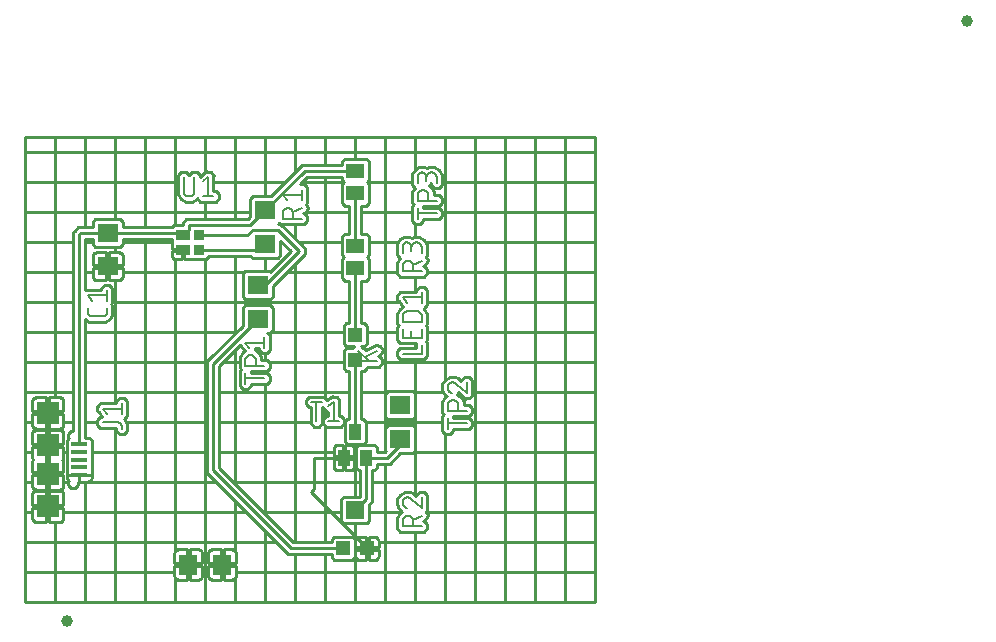
<source format=gbr>
G04 EAGLE Gerber RS-274X export*
G75*
%MOMM*%
%FSLAX34Y34*%
%LPD*%
%INTop Copper*%
%IPPOS*%
%AMOC8*
5,1,8,0,0,1.08239X$1,22.5*%
G01*
%ADD10C,0.152400*%
%ADD11C,1.000000*%
%ADD12R,0.950000X0.850000*%
%ADD13R,1.150000X0.850000*%
%ADD14R,1.150000X0.970000*%
%ADD15R,0.950000X0.970000*%
%ADD16R,1.803000X1.600000*%
%ADD17R,1.800000X1.600000*%
%ADD18R,1.200000X1.200000*%
%ADD19R,1.600000X1.500000*%
%ADD20R,1.000000X1.400000*%
%ADD21R,1.500000X1.300000*%
%ADD22R,1.346200X0.381000*%
%ADD23R,1.900000X1.900000*%
%ADD24R,1.600000X1.803000*%
%ADD25C,0.254000*%


D10*
X69088Y300087D02*
X69088Y296474D01*
X69086Y296356D01*
X69080Y296238D01*
X69071Y296120D01*
X69057Y296003D01*
X69040Y295886D01*
X69019Y295769D01*
X68994Y295654D01*
X68965Y295539D01*
X68932Y295425D01*
X68896Y295313D01*
X68856Y295202D01*
X68813Y295092D01*
X68766Y294983D01*
X68716Y294876D01*
X68661Y294771D01*
X68604Y294668D01*
X68543Y294567D01*
X68479Y294467D01*
X68412Y294370D01*
X68342Y294275D01*
X68268Y294183D01*
X68192Y294092D01*
X68112Y294005D01*
X68030Y293920D01*
X67945Y293838D01*
X67858Y293758D01*
X67767Y293682D01*
X67675Y293608D01*
X67580Y293538D01*
X67483Y293471D01*
X67383Y293407D01*
X67282Y293346D01*
X67179Y293289D01*
X67074Y293234D01*
X66967Y293184D01*
X66858Y293137D01*
X66748Y293094D01*
X66637Y293054D01*
X66525Y293018D01*
X66411Y292985D01*
X66296Y292956D01*
X66181Y292931D01*
X66064Y292910D01*
X65947Y292893D01*
X65830Y292879D01*
X65712Y292870D01*
X65594Y292864D01*
X65476Y292862D01*
X56444Y292862D01*
X56326Y292864D01*
X56208Y292870D01*
X56090Y292879D01*
X55972Y292893D01*
X55855Y292910D01*
X55739Y292931D01*
X55624Y292956D01*
X55509Y292985D01*
X55395Y293018D01*
X55283Y293054D01*
X55171Y293094D01*
X55061Y293137D01*
X54953Y293184D01*
X54846Y293235D01*
X54741Y293289D01*
X54638Y293346D01*
X54536Y293407D01*
X54437Y293471D01*
X54340Y293538D01*
X54245Y293609D01*
X54152Y293682D01*
X54062Y293759D01*
X53974Y293838D01*
X53889Y293920D01*
X53807Y294005D01*
X53728Y294093D01*
X53651Y294183D01*
X53578Y294276D01*
X53507Y294370D01*
X53440Y294468D01*
X53376Y294567D01*
X53315Y294668D01*
X53258Y294772D01*
X53204Y294877D01*
X53153Y294984D01*
X53106Y295092D01*
X53063Y295202D01*
X53023Y295314D01*
X52987Y295426D01*
X52954Y295540D01*
X52925Y295655D01*
X52900Y295770D01*
X52879Y295886D01*
X52862Y296003D01*
X52848Y296121D01*
X52839Y296239D01*
X52833Y296357D01*
X52831Y296475D01*
X52832Y296474D02*
X52832Y300087D01*
X56444Y305928D02*
X52832Y310443D01*
X69088Y310443D01*
X69088Y305928D02*
X69088Y314959D01*
X134112Y398978D02*
X134112Y410718D01*
X134112Y398978D02*
X134114Y398845D01*
X134120Y398713D01*
X134130Y398581D01*
X134143Y398449D01*
X134161Y398317D01*
X134182Y398187D01*
X134207Y398056D01*
X134236Y397927D01*
X134269Y397799D01*
X134305Y397671D01*
X134345Y397545D01*
X134389Y397420D01*
X134437Y397296D01*
X134488Y397174D01*
X134543Y397053D01*
X134601Y396934D01*
X134663Y396816D01*
X134728Y396701D01*
X134797Y396587D01*
X134868Y396476D01*
X134944Y396367D01*
X135022Y396260D01*
X135103Y396155D01*
X135188Y396053D01*
X135275Y395953D01*
X135365Y395856D01*
X135458Y395761D01*
X135554Y395670D01*
X135652Y395581D01*
X135753Y395495D01*
X135857Y395412D01*
X135963Y395332D01*
X136071Y395256D01*
X136181Y395182D01*
X136294Y395112D01*
X136408Y395045D01*
X136525Y394982D01*
X136643Y394922D01*
X136763Y394865D01*
X136885Y394812D01*
X137008Y394763D01*
X137132Y394717D01*
X137258Y394675D01*
X137385Y394637D01*
X137513Y394602D01*
X137642Y394571D01*
X137771Y394544D01*
X137902Y394521D01*
X138033Y394501D01*
X138165Y394486D01*
X138297Y394474D01*
X138429Y394466D01*
X138562Y394462D01*
X138694Y394462D01*
X138827Y394466D01*
X138959Y394474D01*
X139091Y394486D01*
X139223Y394501D01*
X139354Y394521D01*
X139485Y394544D01*
X139614Y394571D01*
X139743Y394602D01*
X139871Y394637D01*
X139998Y394675D01*
X140124Y394717D01*
X140248Y394763D01*
X140371Y394812D01*
X140493Y394865D01*
X140613Y394922D01*
X140731Y394982D01*
X140848Y395045D01*
X140962Y395112D01*
X141075Y395182D01*
X141185Y395256D01*
X141293Y395332D01*
X141399Y395412D01*
X141503Y395495D01*
X141604Y395581D01*
X141702Y395670D01*
X141798Y395761D01*
X141891Y395856D01*
X141981Y395953D01*
X142068Y396053D01*
X142153Y396155D01*
X142234Y396260D01*
X142312Y396367D01*
X142388Y396476D01*
X142459Y396587D01*
X142528Y396701D01*
X142593Y396816D01*
X142655Y396934D01*
X142713Y397053D01*
X142768Y397174D01*
X142819Y397296D01*
X142867Y397420D01*
X142911Y397545D01*
X142951Y397671D01*
X142987Y397799D01*
X143020Y397927D01*
X143049Y398056D01*
X143074Y398187D01*
X143095Y398317D01*
X143113Y398449D01*
X143126Y398581D01*
X143136Y398713D01*
X143142Y398845D01*
X143144Y398978D01*
X143143Y398978D02*
X143143Y410718D01*
X150264Y407106D02*
X154780Y410718D01*
X154780Y394462D01*
X159295Y394462D02*
X150264Y394462D01*
X217932Y375412D02*
X234188Y375412D01*
X217932Y375412D02*
X217932Y379928D01*
X217934Y380061D01*
X217940Y380193D01*
X217950Y380325D01*
X217963Y380457D01*
X217981Y380589D01*
X218002Y380719D01*
X218027Y380850D01*
X218056Y380979D01*
X218089Y381107D01*
X218125Y381235D01*
X218165Y381361D01*
X218209Y381486D01*
X218257Y381610D01*
X218308Y381732D01*
X218363Y381853D01*
X218421Y381972D01*
X218483Y382090D01*
X218548Y382205D01*
X218617Y382319D01*
X218688Y382430D01*
X218764Y382539D01*
X218842Y382646D01*
X218923Y382751D01*
X219008Y382853D01*
X219095Y382953D01*
X219185Y383050D01*
X219278Y383145D01*
X219374Y383236D01*
X219472Y383325D01*
X219573Y383411D01*
X219677Y383494D01*
X219783Y383574D01*
X219891Y383650D01*
X220001Y383724D01*
X220114Y383794D01*
X220228Y383861D01*
X220345Y383924D01*
X220463Y383984D01*
X220583Y384041D01*
X220705Y384094D01*
X220828Y384143D01*
X220952Y384189D01*
X221078Y384231D01*
X221205Y384269D01*
X221333Y384304D01*
X221462Y384335D01*
X221591Y384362D01*
X221722Y384385D01*
X221853Y384405D01*
X221985Y384420D01*
X222117Y384432D01*
X222249Y384440D01*
X222382Y384444D01*
X222514Y384444D01*
X222647Y384440D01*
X222779Y384432D01*
X222911Y384420D01*
X223043Y384405D01*
X223174Y384385D01*
X223305Y384362D01*
X223434Y384335D01*
X223563Y384304D01*
X223691Y384269D01*
X223818Y384231D01*
X223944Y384189D01*
X224068Y384143D01*
X224191Y384094D01*
X224313Y384041D01*
X224433Y383984D01*
X224551Y383924D01*
X224668Y383861D01*
X224782Y383794D01*
X224895Y383724D01*
X225005Y383650D01*
X225113Y383574D01*
X225219Y383494D01*
X225323Y383411D01*
X225424Y383325D01*
X225522Y383236D01*
X225618Y383145D01*
X225711Y383050D01*
X225801Y382953D01*
X225888Y382853D01*
X225973Y382751D01*
X226054Y382646D01*
X226132Y382539D01*
X226208Y382430D01*
X226279Y382319D01*
X226348Y382205D01*
X226413Y382090D01*
X226475Y381972D01*
X226533Y381853D01*
X226588Y381732D01*
X226639Y381610D01*
X226687Y381486D01*
X226731Y381361D01*
X226771Y381235D01*
X226807Y381107D01*
X226840Y380979D01*
X226869Y380850D01*
X226894Y380719D01*
X226915Y380589D01*
X226933Y380457D01*
X226946Y380325D01*
X226956Y380193D01*
X226962Y380061D01*
X226964Y379928D01*
X226963Y379928D02*
X226963Y375412D01*
X226963Y380831D02*
X234188Y384443D01*
X221544Y390952D02*
X217932Y395467D01*
X234188Y395467D01*
X234188Y390952D02*
X234188Y399983D01*
X202438Y240228D02*
X186182Y240228D01*
X186182Y244743D02*
X186182Y235712D01*
X186182Y251033D02*
X202438Y251033D01*
X186182Y251033D02*
X186182Y255549D01*
X186184Y255682D01*
X186190Y255814D01*
X186200Y255946D01*
X186213Y256078D01*
X186231Y256210D01*
X186252Y256340D01*
X186277Y256471D01*
X186306Y256600D01*
X186339Y256728D01*
X186375Y256856D01*
X186415Y256982D01*
X186459Y257107D01*
X186507Y257231D01*
X186558Y257353D01*
X186613Y257474D01*
X186671Y257593D01*
X186733Y257711D01*
X186798Y257826D01*
X186867Y257940D01*
X186938Y258051D01*
X187014Y258160D01*
X187092Y258267D01*
X187173Y258372D01*
X187258Y258474D01*
X187345Y258574D01*
X187435Y258671D01*
X187528Y258766D01*
X187624Y258857D01*
X187722Y258946D01*
X187823Y259032D01*
X187927Y259115D01*
X188033Y259195D01*
X188141Y259271D01*
X188251Y259345D01*
X188364Y259415D01*
X188478Y259482D01*
X188595Y259545D01*
X188713Y259605D01*
X188833Y259662D01*
X188955Y259715D01*
X189078Y259764D01*
X189202Y259810D01*
X189328Y259852D01*
X189455Y259890D01*
X189583Y259925D01*
X189712Y259956D01*
X189841Y259983D01*
X189972Y260006D01*
X190103Y260026D01*
X190235Y260041D01*
X190367Y260053D01*
X190499Y260061D01*
X190632Y260065D01*
X190764Y260065D01*
X190897Y260061D01*
X191029Y260053D01*
X191161Y260041D01*
X191293Y260026D01*
X191424Y260006D01*
X191555Y259983D01*
X191684Y259956D01*
X191813Y259925D01*
X191941Y259890D01*
X192068Y259852D01*
X192194Y259810D01*
X192318Y259764D01*
X192441Y259715D01*
X192563Y259662D01*
X192683Y259605D01*
X192801Y259545D01*
X192918Y259482D01*
X193032Y259415D01*
X193145Y259345D01*
X193255Y259271D01*
X193363Y259195D01*
X193469Y259115D01*
X193573Y259032D01*
X193674Y258946D01*
X193772Y258857D01*
X193868Y258766D01*
X193961Y258671D01*
X194051Y258574D01*
X194138Y258474D01*
X194223Y258372D01*
X194304Y258267D01*
X194382Y258160D01*
X194458Y258051D01*
X194529Y257940D01*
X194598Y257826D01*
X194663Y257711D01*
X194725Y257593D01*
X194783Y257474D01*
X194838Y257353D01*
X194889Y257231D01*
X194937Y257107D01*
X194981Y256982D01*
X195021Y256856D01*
X195057Y256728D01*
X195090Y256600D01*
X195119Y256471D01*
X195144Y256340D01*
X195165Y256210D01*
X195183Y256078D01*
X195196Y255946D01*
X195206Y255814D01*
X195212Y255682D01*
X195214Y255549D01*
X195213Y255549D02*
X195213Y251033D01*
X189794Y265932D02*
X186182Y270448D01*
X202438Y270448D01*
X202438Y265932D02*
X202438Y274964D01*
X332232Y379928D02*
X348488Y379928D01*
X332232Y375412D02*
X332232Y384443D01*
X332232Y390733D02*
X348488Y390733D01*
X332232Y390733D02*
X332232Y395249D01*
X332234Y395382D01*
X332240Y395514D01*
X332250Y395646D01*
X332263Y395778D01*
X332281Y395910D01*
X332302Y396040D01*
X332327Y396171D01*
X332356Y396300D01*
X332389Y396428D01*
X332425Y396556D01*
X332465Y396682D01*
X332509Y396807D01*
X332557Y396931D01*
X332608Y397053D01*
X332663Y397174D01*
X332721Y397293D01*
X332783Y397411D01*
X332848Y397526D01*
X332917Y397640D01*
X332988Y397751D01*
X333064Y397860D01*
X333142Y397967D01*
X333223Y398072D01*
X333308Y398174D01*
X333395Y398274D01*
X333485Y398371D01*
X333578Y398466D01*
X333674Y398557D01*
X333772Y398646D01*
X333873Y398732D01*
X333977Y398815D01*
X334083Y398895D01*
X334191Y398971D01*
X334301Y399045D01*
X334414Y399115D01*
X334528Y399182D01*
X334645Y399245D01*
X334763Y399305D01*
X334883Y399362D01*
X335005Y399415D01*
X335128Y399464D01*
X335252Y399510D01*
X335378Y399552D01*
X335505Y399590D01*
X335633Y399625D01*
X335762Y399656D01*
X335891Y399683D01*
X336022Y399706D01*
X336153Y399726D01*
X336285Y399741D01*
X336417Y399753D01*
X336549Y399761D01*
X336682Y399765D01*
X336814Y399765D01*
X336947Y399761D01*
X337079Y399753D01*
X337211Y399741D01*
X337343Y399726D01*
X337474Y399706D01*
X337605Y399683D01*
X337734Y399656D01*
X337863Y399625D01*
X337991Y399590D01*
X338118Y399552D01*
X338244Y399510D01*
X338368Y399464D01*
X338491Y399415D01*
X338613Y399362D01*
X338733Y399305D01*
X338851Y399245D01*
X338968Y399182D01*
X339082Y399115D01*
X339195Y399045D01*
X339305Y398971D01*
X339413Y398895D01*
X339519Y398815D01*
X339623Y398732D01*
X339724Y398646D01*
X339822Y398557D01*
X339918Y398466D01*
X340011Y398371D01*
X340101Y398274D01*
X340188Y398174D01*
X340273Y398072D01*
X340354Y397967D01*
X340432Y397860D01*
X340508Y397751D01*
X340579Y397640D01*
X340648Y397526D01*
X340713Y397411D01*
X340775Y397293D01*
X340833Y397174D01*
X340888Y397053D01*
X340939Y396931D01*
X340987Y396807D01*
X341031Y396682D01*
X341071Y396556D01*
X341107Y396428D01*
X341140Y396300D01*
X341169Y396171D01*
X341194Y396040D01*
X341215Y395910D01*
X341233Y395778D01*
X341246Y395646D01*
X341256Y395514D01*
X341262Y395382D01*
X341264Y395249D01*
X341263Y395249D02*
X341263Y390733D01*
X348488Y405632D02*
X348488Y410148D01*
X348486Y410281D01*
X348480Y410413D01*
X348470Y410545D01*
X348457Y410677D01*
X348439Y410809D01*
X348418Y410939D01*
X348393Y411070D01*
X348364Y411199D01*
X348331Y411327D01*
X348295Y411455D01*
X348255Y411581D01*
X348211Y411706D01*
X348163Y411830D01*
X348112Y411952D01*
X348057Y412073D01*
X347999Y412192D01*
X347937Y412310D01*
X347872Y412425D01*
X347803Y412539D01*
X347732Y412650D01*
X347656Y412759D01*
X347578Y412866D01*
X347497Y412971D01*
X347412Y413073D01*
X347325Y413173D01*
X347235Y413270D01*
X347142Y413365D01*
X347046Y413456D01*
X346948Y413545D01*
X346847Y413631D01*
X346743Y413714D01*
X346637Y413794D01*
X346529Y413870D01*
X346419Y413944D01*
X346306Y414014D01*
X346192Y414081D01*
X346075Y414144D01*
X345957Y414204D01*
X345837Y414261D01*
X345715Y414314D01*
X345592Y414363D01*
X345468Y414409D01*
X345342Y414451D01*
X345215Y414489D01*
X345087Y414524D01*
X344958Y414555D01*
X344829Y414582D01*
X344698Y414605D01*
X344567Y414625D01*
X344435Y414640D01*
X344303Y414652D01*
X344171Y414660D01*
X344038Y414664D01*
X343906Y414664D01*
X343773Y414660D01*
X343641Y414652D01*
X343509Y414640D01*
X343377Y414625D01*
X343246Y414605D01*
X343115Y414582D01*
X342986Y414555D01*
X342857Y414524D01*
X342729Y414489D01*
X342602Y414451D01*
X342476Y414409D01*
X342352Y414363D01*
X342229Y414314D01*
X342107Y414261D01*
X341987Y414204D01*
X341869Y414144D01*
X341752Y414081D01*
X341638Y414014D01*
X341525Y413944D01*
X341415Y413870D01*
X341307Y413794D01*
X341201Y413714D01*
X341097Y413631D01*
X340996Y413545D01*
X340898Y413456D01*
X340802Y413365D01*
X340709Y413270D01*
X340619Y413173D01*
X340532Y413073D01*
X340447Y412971D01*
X340366Y412866D01*
X340288Y412759D01*
X340212Y412650D01*
X340141Y412539D01*
X340072Y412425D01*
X340007Y412310D01*
X339945Y412192D01*
X339887Y412073D01*
X339832Y411952D01*
X339781Y411830D01*
X339733Y411706D01*
X339689Y411581D01*
X339649Y411455D01*
X339613Y411327D01*
X339580Y411199D01*
X339551Y411070D01*
X339526Y410939D01*
X339505Y410809D01*
X339487Y410677D01*
X339474Y410545D01*
X339464Y410413D01*
X339458Y410281D01*
X339456Y410148D01*
X332232Y411051D02*
X332232Y405632D01*
X332232Y411051D02*
X332234Y411170D01*
X332240Y411290D01*
X332250Y411409D01*
X332264Y411527D01*
X332281Y411646D01*
X332303Y411763D01*
X332328Y411880D01*
X332358Y411995D01*
X332391Y412110D01*
X332428Y412224D01*
X332468Y412336D01*
X332513Y412447D01*
X332561Y412556D01*
X332612Y412664D01*
X332667Y412770D01*
X332726Y412874D01*
X332788Y412976D01*
X332853Y413076D01*
X332922Y413174D01*
X332994Y413270D01*
X333069Y413363D01*
X333146Y413453D01*
X333227Y413541D01*
X333311Y413626D01*
X333398Y413708D01*
X333487Y413788D01*
X333579Y413864D01*
X333673Y413938D01*
X333770Y414008D01*
X333868Y414075D01*
X333969Y414139D01*
X334073Y414199D01*
X334178Y414256D01*
X334285Y414309D01*
X334393Y414359D01*
X334503Y414405D01*
X334615Y414447D01*
X334728Y414486D01*
X334842Y414521D01*
X334957Y414552D01*
X335074Y414580D01*
X335191Y414603D01*
X335308Y414623D01*
X335427Y414639D01*
X335546Y414651D01*
X335665Y414659D01*
X335784Y414663D01*
X335904Y414663D01*
X336023Y414659D01*
X336142Y414651D01*
X336261Y414639D01*
X336380Y414623D01*
X336497Y414603D01*
X336614Y414580D01*
X336731Y414552D01*
X336846Y414521D01*
X336960Y414486D01*
X337073Y414447D01*
X337185Y414405D01*
X337295Y414359D01*
X337403Y414309D01*
X337510Y414256D01*
X337615Y414199D01*
X337719Y414139D01*
X337820Y414075D01*
X337918Y414008D01*
X338015Y413938D01*
X338109Y413864D01*
X338201Y413788D01*
X338290Y413708D01*
X338377Y413626D01*
X338461Y413541D01*
X338542Y413453D01*
X338619Y413363D01*
X338694Y413270D01*
X338766Y413174D01*
X338835Y413076D01*
X338900Y412976D01*
X338962Y412874D01*
X339021Y412770D01*
X339076Y412664D01*
X339127Y412556D01*
X339175Y412447D01*
X339220Y412336D01*
X339260Y412224D01*
X339297Y412110D01*
X339330Y411995D01*
X339360Y411880D01*
X339385Y411763D01*
X339407Y411646D01*
X339424Y411527D01*
X339438Y411409D01*
X339448Y411290D01*
X339454Y411170D01*
X339456Y411051D01*
X339457Y411051D02*
X339457Y407439D01*
X335788Y330962D02*
X319532Y330962D01*
X319532Y335478D01*
X319534Y335611D01*
X319540Y335743D01*
X319550Y335875D01*
X319563Y336007D01*
X319581Y336139D01*
X319602Y336269D01*
X319627Y336400D01*
X319656Y336529D01*
X319689Y336657D01*
X319725Y336785D01*
X319765Y336911D01*
X319809Y337036D01*
X319857Y337160D01*
X319908Y337282D01*
X319963Y337403D01*
X320021Y337522D01*
X320083Y337640D01*
X320148Y337755D01*
X320217Y337869D01*
X320288Y337980D01*
X320364Y338089D01*
X320442Y338196D01*
X320523Y338301D01*
X320608Y338403D01*
X320695Y338503D01*
X320785Y338600D01*
X320878Y338695D01*
X320974Y338786D01*
X321072Y338875D01*
X321173Y338961D01*
X321277Y339044D01*
X321383Y339124D01*
X321491Y339200D01*
X321601Y339274D01*
X321714Y339344D01*
X321828Y339411D01*
X321945Y339474D01*
X322063Y339534D01*
X322183Y339591D01*
X322305Y339644D01*
X322428Y339693D01*
X322552Y339739D01*
X322678Y339781D01*
X322805Y339819D01*
X322933Y339854D01*
X323062Y339885D01*
X323191Y339912D01*
X323322Y339935D01*
X323453Y339955D01*
X323585Y339970D01*
X323717Y339982D01*
X323849Y339990D01*
X323982Y339994D01*
X324114Y339994D01*
X324247Y339990D01*
X324379Y339982D01*
X324511Y339970D01*
X324643Y339955D01*
X324774Y339935D01*
X324905Y339912D01*
X325034Y339885D01*
X325163Y339854D01*
X325291Y339819D01*
X325418Y339781D01*
X325544Y339739D01*
X325668Y339693D01*
X325791Y339644D01*
X325913Y339591D01*
X326033Y339534D01*
X326151Y339474D01*
X326268Y339411D01*
X326382Y339344D01*
X326495Y339274D01*
X326605Y339200D01*
X326713Y339124D01*
X326819Y339044D01*
X326923Y338961D01*
X327024Y338875D01*
X327122Y338786D01*
X327218Y338695D01*
X327311Y338600D01*
X327401Y338503D01*
X327488Y338403D01*
X327573Y338301D01*
X327654Y338196D01*
X327732Y338089D01*
X327808Y337980D01*
X327879Y337869D01*
X327948Y337755D01*
X328013Y337640D01*
X328075Y337522D01*
X328133Y337403D01*
X328188Y337282D01*
X328239Y337160D01*
X328287Y337036D01*
X328331Y336911D01*
X328371Y336785D01*
X328407Y336657D01*
X328440Y336529D01*
X328469Y336400D01*
X328494Y336269D01*
X328515Y336139D01*
X328533Y336007D01*
X328546Y335875D01*
X328556Y335743D01*
X328562Y335611D01*
X328564Y335478D01*
X328563Y335478D02*
X328563Y330962D01*
X328563Y336381D02*
X335788Y339993D01*
X335788Y346502D02*
X335788Y351017D01*
X335786Y351150D01*
X335780Y351282D01*
X335770Y351414D01*
X335757Y351546D01*
X335739Y351678D01*
X335718Y351808D01*
X335693Y351939D01*
X335664Y352068D01*
X335631Y352196D01*
X335595Y352324D01*
X335555Y352450D01*
X335511Y352575D01*
X335463Y352699D01*
X335412Y352821D01*
X335357Y352942D01*
X335299Y353061D01*
X335237Y353179D01*
X335172Y353294D01*
X335103Y353408D01*
X335032Y353519D01*
X334956Y353628D01*
X334878Y353735D01*
X334797Y353840D01*
X334712Y353942D01*
X334625Y354042D01*
X334535Y354139D01*
X334442Y354234D01*
X334346Y354325D01*
X334248Y354414D01*
X334147Y354500D01*
X334043Y354583D01*
X333937Y354663D01*
X333829Y354739D01*
X333719Y354813D01*
X333606Y354883D01*
X333492Y354950D01*
X333375Y355013D01*
X333257Y355073D01*
X333137Y355130D01*
X333015Y355183D01*
X332892Y355232D01*
X332768Y355278D01*
X332642Y355320D01*
X332515Y355358D01*
X332387Y355393D01*
X332258Y355424D01*
X332129Y355451D01*
X331998Y355474D01*
X331867Y355494D01*
X331735Y355509D01*
X331603Y355521D01*
X331471Y355529D01*
X331338Y355533D01*
X331206Y355533D01*
X331073Y355529D01*
X330941Y355521D01*
X330809Y355509D01*
X330677Y355494D01*
X330546Y355474D01*
X330415Y355451D01*
X330286Y355424D01*
X330157Y355393D01*
X330029Y355358D01*
X329902Y355320D01*
X329776Y355278D01*
X329652Y355232D01*
X329529Y355183D01*
X329407Y355130D01*
X329287Y355073D01*
X329169Y355013D01*
X329052Y354950D01*
X328938Y354883D01*
X328825Y354813D01*
X328715Y354739D01*
X328607Y354663D01*
X328501Y354583D01*
X328397Y354500D01*
X328296Y354414D01*
X328198Y354325D01*
X328102Y354234D01*
X328009Y354139D01*
X327919Y354042D01*
X327832Y353942D01*
X327747Y353840D01*
X327666Y353735D01*
X327588Y353628D01*
X327512Y353519D01*
X327441Y353408D01*
X327372Y353294D01*
X327307Y353179D01*
X327245Y353061D01*
X327187Y352942D01*
X327132Y352821D01*
X327081Y352699D01*
X327033Y352575D01*
X326989Y352450D01*
X326949Y352324D01*
X326913Y352196D01*
X326880Y352068D01*
X326851Y351939D01*
X326826Y351808D01*
X326805Y351678D01*
X326787Y351546D01*
X326774Y351414D01*
X326764Y351282D01*
X326758Y351150D01*
X326756Y351017D01*
X319532Y351920D02*
X319532Y346502D01*
X319532Y351920D02*
X319534Y352039D01*
X319540Y352159D01*
X319550Y352278D01*
X319564Y352396D01*
X319581Y352515D01*
X319603Y352632D01*
X319628Y352749D01*
X319658Y352864D01*
X319691Y352979D01*
X319728Y353093D01*
X319768Y353205D01*
X319813Y353316D01*
X319861Y353425D01*
X319912Y353533D01*
X319967Y353639D01*
X320026Y353743D01*
X320088Y353845D01*
X320153Y353945D01*
X320222Y354043D01*
X320294Y354139D01*
X320369Y354232D01*
X320446Y354322D01*
X320527Y354410D01*
X320611Y354495D01*
X320698Y354577D01*
X320787Y354657D01*
X320879Y354733D01*
X320973Y354807D01*
X321070Y354877D01*
X321168Y354944D01*
X321269Y355008D01*
X321373Y355068D01*
X321478Y355125D01*
X321585Y355178D01*
X321693Y355228D01*
X321803Y355274D01*
X321915Y355316D01*
X322028Y355355D01*
X322142Y355390D01*
X322257Y355421D01*
X322374Y355449D01*
X322491Y355472D01*
X322608Y355492D01*
X322727Y355508D01*
X322846Y355520D01*
X322965Y355528D01*
X323084Y355532D01*
X323204Y355532D01*
X323323Y355528D01*
X323442Y355520D01*
X323561Y355508D01*
X323680Y355492D01*
X323797Y355472D01*
X323914Y355449D01*
X324031Y355421D01*
X324146Y355390D01*
X324260Y355355D01*
X324373Y355316D01*
X324485Y355274D01*
X324595Y355228D01*
X324703Y355178D01*
X324810Y355125D01*
X324915Y355068D01*
X325019Y355008D01*
X325120Y354944D01*
X325218Y354877D01*
X325315Y354807D01*
X325409Y354733D01*
X325501Y354657D01*
X325590Y354577D01*
X325677Y354495D01*
X325761Y354410D01*
X325842Y354322D01*
X325919Y354232D01*
X325994Y354139D01*
X326066Y354043D01*
X326135Y353945D01*
X326200Y353845D01*
X326262Y353743D01*
X326321Y353639D01*
X326376Y353533D01*
X326427Y353425D01*
X326475Y353316D01*
X326520Y353205D01*
X326560Y353093D01*
X326597Y352979D01*
X326630Y352864D01*
X326660Y352749D01*
X326685Y352632D01*
X326707Y352515D01*
X326724Y352396D01*
X326738Y352278D01*
X326748Y352159D01*
X326754Y352039D01*
X326756Y351920D01*
X326757Y351920D02*
X326757Y348308D01*
X319532Y261112D02*
X335788Y261112D01*
X335788Y268337D01*
X335788Y274659D02*
X335788Y281884D01*
X335788Y274659D02*
X319532Y274659D01*
X319532Y281884D01*
X326757Y280078D02*
X326757Y274659D01*
X319532Y288176D02*
X335788Y288176D01*
X319532Y288176D02*
X319532Y292692D01*
X319534Y292823D01*
X319540Y292955D01*
X319549Y293086D01*
X319563Y293216D01*
X319580Y293347D01*
X319601Y293476D01*
X319625Y293605D01*
X319654Y293733D01*
X319686Y293861D01*
X319722Y293987D01*
X319761Y294112D01*
X319804Y294237D01*
X319851Y294359D01*
X319901Y294481D01*
X319955Y294601D01*
X320012Y294719D01*
X320073Y294835D01*
X320137Y294950D01*
X320204Y295063D01*
X320275Y295174D01*
X320349Y295282D01*
X320426Y295389D01*
X320506Y295493D01*
X320589Y295595D01*
X320674Y295694D01*
X320763Y295791D01*
X320855Y295885D01*
X320949Y295977D01*
X321046Y296066D01*
X321145Y296151D01*
X321247Y296234D01*
X321351Y296314D01*
X321458Y296391D01*
X321566Y296465D01*
X321677Y296536D01*
X321790Y296603D01*
X321905Y296667D01*
X322021Y296728D01*
X322139Y296785D01*
X322259Y296839D01*
X322381Y296889D01*
X322503Y296936D01*
X322628Y296979D01*
X322753Y297018D01*
X322879Y297054D01*
X323007Y297086D01*
X323135Y297115D01*
X323264Y297139D01*
X323393Y297160D01*
X323524Y297177D01*
X323654Y297191D01*
X323785Y297200D01*
X323917Y297206D01*
X324048Y297208D01*
X324048Y297207D02*
X331272Y297207D01*
X331272Y297208D02*
X331403Y297206D01*
X331535Y297200D01*
X331666Y297191D01*
X331796Y297177D01*
X331927Y297160D01*
X332056Y297139D01*
X332185Y297115D01*
X332313Y297086D01*
X332441Y297054D01*
X332567Y297018D01*
X332692Y296979D01*
X332817Y296936D01*
X332939Y296889D01*
X333061Y296839D01*
X333181Y296785D01*
X333299Y296728D01*
X333415Y296667D01*
X333530Y296603D01*
X333643Y296536D01*
X333754Y296465D01*
X333862Y296391D01*
X333969Y296314D01*
X334073Y296234D01*
X334175Y296151D01*
X334274Y296066D01*
X334371Y295977D01*
X334465Y295885D01*
X334557Y295791D01*
X334646Y295694D01*
X334731Y295595D01*
X334814Y295493D01*
X334894Y295389D01*
X334971Y295282D01*
X335045Y295174D01*
X335116Y295063D01*
X335183Y294950D01*
X335247Y294835D01*
X335308Y294719D01*
X335365Y294601D01*
X335419Y294481D01*
X335469Y294359D01*
X335516Y294237D01*
X335559Y294112D01*
X335598Y293987D01*
X335634Y293861D01*
X335666Y293733D01*
X335695Y293605D01*
X335719Y293476D01*
X335740Y293346D01*
X335757Y293216D01*
X335771Y293086D01*
X335780Y292955D01*
X335786Y292823D01*
X335788Y292692D01*
X335788Y288176D01*
X323144Y304329D02*
X319532Y308844D01*
X335788Y308844D01*
X335788Y304329D02*
X335788Y313360D01*
X357632Y202128D02*
X373888Y202128D01*
X357632Y197612D02*
X357632Y206643D01*
X357632Y212933D02*
X373888Y212933D01*
X357632Y212933D02*
X357632Y217449D01*
X357634Y217582D01*
X357640Y217714D01*
X357650Y217846D01*
X357663Y217978D01*
X357681Y218110D01*
X357702Y218240D01*
X357727Y218371D01*
X357756Y218500D01*
X357789Y218628D01*
X357825Y218756D01*
X357865Y218882D01*
X357909Y219007D01*
X357957Y219131D01*
X358008Y219253D01*
X358063Y219374D01*
X358121Y219493D01*
X358183Y219611D01*
X358248Y219726D01*
X358317Y219840D01*
X358388Y219951D01*
X358464Y220060D01*
X358542Y220167D01*
X358623Y220272D01*
X358708Y220374D01*
X358795Y220474D01*
X358885Y220571D01*
X358978Y220666D01*
X359074Y220757D01*
X359172Y220846D01*
X359273Y220932D01*
X359377Y221015D01*
X359483Y221095D01*
X359591Y221171D01*
X359701Y221245D01*
X359814Y221315D01*
X359928Y221382D01*
X360045Y221445D01*
X360163Y221505D01*
X360283Y221562D01*
X360405Y221615D01*
X360528Y221664D01*
X360652Y221710D01*
X360778Y221752D01*
X360905Y221790D01*
X361033Y221825D01*
X361162Y221856D01*
X361291Y221883D01*
X361422Y221906D01*
X361553Y221926D01*
X361685Y221941D01*
X361817Y221953D01*
X361949Y221961D01*
X362082Y221965D01*
X362214Y221965D01*
X362347Y221961D01*
X362479Y221953D01*
X362611Y221941D01*
X362743Y221926D01*
X362874Y221906D01*
X363005Y221883D01*
X363134Y221856D01*
X363263Y221825D01*
X363391Y221790D01*
X363518Y221752D01*
X363644Y221710D01*
X363768Y221664D01*
X363891Y221615D01*
X364013Y221562D01*
X364133Y221505D01*
X364251Y221445D01*
X364368Y221382D01*
X364482Y221315D01*
X364595Y221245D01*
X364705Y221171D01*
X364813Y221095D01*
X364919Y221015D01*
X365023Y220932D01*
X365124Y220846D01*
X365222Y220757D01*
X365318Y220666D01*
X365411Y220571D01*
X365501Y220474D01*
X365588Y220374D01*
X365673Y220272D01*
X365754Y220167D01*
X365832Y220060D01*
X365908Y219951D01*
X365979Y219840D01*
X366048Y219726D01*
X366113Y219611D01*
X366175Y219493D01*
X366233Y219374D01*
X366288Y219253D01*
X366339Y219131D01*
X366387Y219007D01*
X366431Y218882D01*
X366471Y218756D01*
X366507Y218628D01*
X366540Y218500D01*
X366569Y218371D01*
X366594Y218240D01*
X366615Y218110D01*
X366633Y217978D01*
X366646Y217846D01*
X366656Y217714D01*
X366662Y217582D01*
X366664Y217449D01*
X366663Y217449D02*
X366663Y212933D01*
X357632Y232800D02*
X357634Y232925D01*
X357640Y233050D01*
X357649Y233175D01*
X357663Y233299D01*
X357680Y233423D01*
X357701Y233547D01*
X357726Y233669D01*
X357755Y233791D01*
X357787Y233912D01*
X357823Y234032D01*
X357863Y234151D01*
X357906Y234268D01*
X357953Y234384D01*
X358004Y234499D01*
X358058Y234611D01*
X358116Y234723D01*
X358176Y234832D01*
X358241Y234939D01*
X358308Y235045D01*
X358379Y235148D01*
X358453Y235249D01*
X358530Y235348D01*
X358610Y235444D01*
X358693Y235538D01*
X358778Y235629D01*
X358867Y235718D01*
X358958Y235803D01*
X359052Y235886D01*
X359148Y235966D01*
X359247Y236043D01*
X359348Y236117D01*
X359451Y236188D01*
X359557Y236255D01*
X359664Y236320D01*
X359773Y236380D01*
X359885Y236438D01*
X359997Y236492D01*
X360112Y236543D01*
X360228Y236590D01*
X360345Y236633D01*
X360464Y236673D01*
X360584Y236709D01*
X360705Y236741D01*
X360827Y236770D01*
X360949Y236795D01*
X361073Y236816D01*
X361197Y236833D01*
X361321Y236847D01*
X361446Y236856D01*
X361571Y236862D01*
X361696Y236864D01*
X357632Y232800D02*
X357634Y232657D01*
X357640Y232515D01*
X357650Y232372D01*
X357663Y232230D01*
X357681Y232089D01*
X357702Y231947D01*
X357727Y231807D01*
X357756Y231667D01*
X357789Y231528D01*
X357826Y231390D01*
X357866Y231253D01*
X357910Y231118D01*
X357958Y230983D01*
X358010Y230850D01*
X358065Y230718D01*
X358124Y230588D01*
X358186Y230460D01*
X358252Y230333D01*
X358321Y230208D01*
X358393Y230085D01*
X358469Y229964D01*
X358548Y229846D01*
X358631Y229729D01*
X358716Y229615D01*
X358805Y229503D01*
X358896Y229394D01*
X358991Y229287D01*
X359088Y229182D01*
X359189Y229081D01*
X359292Y228982D01*
X359397Y228886D01*
X359506Y228793D01*
X359617Y228703D01*
X359730Y228616D01*
X359845Y228532D01*
X359963Y228452D01*
X360083Y228374D01*
X360205Y228300D01*
X360329Y228230D01*
X360455Y228162D01*
X360583Y228099D01*
X360712Y228038D01*
X360843Y227981D01*
X360975Y227928D01*
X361109Y227879D01*
X361244Y227833D01*
X364857Y235508D02*
X364765Y235602D01*
X364671Y235692D01*
X364574Y235780D01*
X364474Y235865D01*
X364372Y235947D01*
X364267Y236025D01*
X364160Y236101D01*
X364051Y236173D01*
X363940Y236242D01*
X363826Y236308D01*
X363711Y236370D01*
X363594Y236429D01*
X363475Y236484D01*
X363355Y236535D01*
X363233Y236583D01*
X363110Y236628D01*
X362986Y236668D01*
X362860Y236705D01*
X362733Y236738D01*
X362606Y236767D01*
X362477Y236793D01*
X362348Y236814D01*
X362218Y236832D01*
X362088Y236845D01*
X361958Y236855D01*
X361827Y236861D01*
X361696Y236863D01*
X364857Y235509D02*
X373888Y227832D01*
X373888Y236864D01*
X335788Y115062D02*
X319532Y115062D01*
X319532Y119578D01*
X319534Y119711D01*
X319540Y119843D01*
X319550Y119975D01*
X319563Y120107D01*
X319581Y120239D01*
X319602Y120369D01*
X319627Y120500D01*
X319656Y120629D01*
X319689Y120757D01*
X319725Y120885D01*
X319765Y121011D01*
X319809Y121136D01*
X319857Y121260D01*
X319908Y121382D01*
X319963Y121503D01*
X320021Y121622D01*
X320083Y121740D01*
X320148Y121855D01*
X320217Y121969D01*
X320288Y122080D01*
X320364Y122189D01*
X320442Y122296D01*
X320523Y122401D01*
X320608Y122503D01*
X320695Y122603D01*
X320785Y122700D01*
X320878Y122795D01*
X320974Y122886D01*
X321072Y122975D01*
X321173Y123061D01*
X321277Y123144D01*
X321383Y123224D01*
X321491Y123300D01*
X321601Y123374D01*
X321714Y123444D01*
X321828Y123511D01*
X321945Y123574D01*
X322063Y123634D01*
X322183Y123691D01*
X322305Y123744D01*
X322428Y123793D01*
X322552Y123839D01*
X322678Y123881D01*
X322805Y123919D01*
X322933Y123954D01*
X323062Y123985D01*
X323191Y124012D01*
X323322Y124035D01*
X323453Y124055D01*
X323585Y124070D01*
X323717Y124082D01*
X323849Y124090D01*
X323982Y124094D01*
X324114Y124094D01*
X324247Y124090D01*
X324379Y124082D01*
X324511Y124070D01*
X324643Y124055D01*
X324774Y124035D01*
X324905Y124012D01*
X325034Y123985D01*
X325163Y123954D01*
X325291Y123919D01*
X325418Y123881D01*
X325544Y123839D01*
X325668Y123793D01*
X325791Y123744D01*
X325913Y123691D01*
X326033Y123634D01*
X326151Y123574D01*
X326268Y123511D01*
X326382Y123444D01*
X326495Y123374D01*
X326605Y123300D01*
X326713Y123224D01*
X326819Y123144D01*
X326923Y123061D01*
X327024Y122975D01*
X327122Y122886D01*
X327218Y122795D01*
X327311Y122700D01*
X327401Y122603D01*
X327488Y122503D01*
X327573Y122401D01*
X327654Y122296D01*
X327732Y122189D01*
X327808Y122080D01*
X327879Y121969D01*
X327948Y121855D01*
X328013Y121740D01*
X328075Y121622D01*
X328133Y121503D01*
X328188Y121382D01*
X328239Y121260D01*
X328287Y121136D01*
X328331Y121011D01*
X328371Y120885D01*
X328407Y120757D01*
X328440Y120629D01*
X328469Y120500D01*
X328494Y120369D01*
X328515Y120239D01*
X328533Y120107D01*
X328546Y119975D01*
X328556Y119843D01*
X328562Y119711D01*
X328564Y119578D01*
X328563Y119578D02*
X328563Y115062D01*
X328563Y120481D02*
X335788Y124093D01*
X323596Y139633D02*
X323471Y139631D01*
X323346Y139625D01*
X323221Y139616D01*
X323097Y139602D01*
X322973Y139585D01*
X322849Y139564D01*
X322727Y139539D01*
X322605Y139510D01*
X322484Y139478D01*
X322364Y139442D01*
X322245Y139402D01*
X322128Y139359D01*
X322012Y139312D01*
X321897Y139261D01*
X321785Y139207D01*
X321673Y139149D01*
X321564Y139089D01*
X321457Y139024D01*
X321351Y138957D01*
X321248Y138886D01*
X321147Y138812D01*
X321048Y138735D01*
X320952Y138655D01*
X320858Y138572D01*
X320767Y138487D01*
X320678Y138398D01*
X320593Y138307D01*
X320510Y138213D01*
X320430Y138117D01*
X320353Y138018D01*
X320279Y137917D01*
X320208Y137814D01*
X320141Y137708D01*
X320076Y137601D01*
X320016Y137492D01*
X319958Y137380D01*
X319904Y137268D01*
X319853Y137153D01*
X319806Y137037D01*
X319763Y136920D01*
X319723Y136801D01*
X319687Y136681D01*
X319655Y136560D01*
X319626Y136438D01*
X319601Y136316D01*
X319580Y136192D01*
X319563Y136068D01*
X319549Y135944D01*
X319540Y135819D01*
X319534Y135694D01*
X319532Y135569D01*
X319534Y135426D01*
X319540Y135284D01*
X319550Y135141D01*
X319563Y134999D01*
X319581Y134858D01*
X319602Y134716D01*
X319627Y134576D01*
X319656Y134436D01*
X319689Y134297D01*
X319726Y134159D01*
X319766Y134022D01*
X319810Y133887D01*
X319858Y133752D01*
X319910Y133619D01*
X319965Y133487D01*
X320024Y133357D01*
X320086Y133229D01*
X320152Y133102D01*
X320221Y132977D01*
X320293Y132854D01*
X320369Y132733D01*
X320448Y132615D01*
X320531Y132498D01*
X320616Y132384D01*
X320705Y132272D01*
X320796Y132163D01*
X320891Y132056D01*
X320988Y131951D01*
X321089Y131850D01*
X321192Y131751D01*
X321297Y131655D01*
X321406Y131562D01*
X321517Y131472D01*
X321630Y131385D01*
X321745Y131301D01*
X321863Y131221D01*
X321983Y131143D01*
X322105Y131069D01*
X322229Y130999D01*
X322355Y130931D01*
X322483Y130868D01*
X322612Y130807D01*
X322743Y130750D01*
X322875Y130697D01*
X323009Y130648D01*
X323144Y130602D01*
X326757Y138278D02*
X326665Y138372D01*
X326571Y138462D01*
X326474Y138550D01*
X326374Y138635D01*
X326272Y138717D01*
X326167Y138795D01*
X326060Y138871D01*
X325951Y138943D01*
X325840Y139012D01*
X325726Y139078D01*
X325611Y139140D01*
X325494Y139199D01*
X325375Y139254D01*
X325255Y139305D01*
X325133Y139353D01*
X325010Y139398D01*
X324886Y139438D01*
X324760Y139475D01*
X324633Y139508D01*
X324506Y139537D01*
X324377Y139563D01*
X324248Y139584D01*
X324118Y139602D01*
X323988Y139615D01*
X323858Y139625D01*
X323727Y139631D01*
X323596Y139633D01*
X326757Y138278D02*
X335788Y130602D01*
X335788Y139633D01*
X246578Y203962D02*
X246578Y220218D01*
X251093Y220218D02*
X242062Y220218D01*
X256651Y216606D02*
X261167Y220218D01*
X261167Y203962D01*
X265682Y203962D02*
X256651Y203962D01*
X78176Y203031D02*
X65532Y203031D01*
X78176Y203030D02*
X78294Y203028D01*
X78412Y203022D01*
X78530Y203013D01*
X78647Y202999D01*
X78764Y202982D01*
X78881Y202961D01*
X78996Y202936D01*
X79111Y202907D01*
X79225Y202874D01*
X79337Y202838D01*
X79448Y202798D01*
X79558Y202755D01*
X79667Y202708D01*
X79774Y202658D01*
X79879Y202603D01*
X79982Y202546D01*
X80083Y202485D01*
X80183Y202421D01*
X80280Y202354D01*
X80375Y202284D01*
X80467Y202210D01*
X80558Y202134D01*
X80645Y202054D01*
X80730Y201972D01*
X80812Y201887D01*
X80892Y201800D01*
X80968Y201709D01*
X81042Y201617D01*
X81112Y201522D01*
X81179Y201425D01*
X81243Y201325D01*
X81304Y201224D01*
X81361Y201121D01*
X81416Y201016D01*
X81466Y200909D01*
X81513Y200800D01*
X81556Y200690D01*
X81596Y200579D01*
X81632Y200467D01*
X81665Y200353D01*
X81694Y200238D01*
X81719Y200123D01*
X81740Y200006D01*
X81757Y199889D01*
X81771Y199772D01*
X81780Y199654D01*
X81786Y199536D01*
X81788Y199418D01*
X81788Y197612D01*
X69144Y210098D02*
X65532Y214613D01*
X81788Y214613D01*
X81788Y210098D02*
X81788Y219129D01*
X281432Y254762D02*
X297688Y254762D01*
X291366Y254762D02*
X281432Y263793D01*
X287754Y258374D02*
X297688Y263793D01*
D11*
X35000Y35000D03*
X797000Y543000D03*
D12*
X146950Y349300D03*
D13*
X133450Y349300D03*
D14*
X133450Y361300D03*
D15*
X146950Y361300D03*
D16*
X203200Y382520D03*
X203200Y354080D03*
D17*
X69850Y335250D03*
X69850Y363250D03*
D18*
X269400Y96300D03*
X289400Y96300D03*
D19*
X279400Y128800D03*
D20*
X279400Y195150D03*
X288900Y173150D03*
X269900Y173150D03*
D18*
X279400Y256200D03*
X279400Y277200D03*
D21*
X279400Y333400D03*
X279400Y352400D03*
D22*
X45800Y184450D03*
X45800Y177950D03*
X45800Y171450D03*
X45800Y164950D03*
X45800Y158450D03*
D23*
X19050Y210950D03*
X19050Y183450D03*
X19050Y159450D03*
X19050Y131950D03*
D24*
X166620Y82550D03*
X138180Y82550D03*
D16*
X196850Y319020D03*
X196850Y290580D03*
X317500Y217420D03*
X317500Y188980D03*
D21*
X279400Y415900D03*
X279400Y396900D03*
D25*
X46800Y363250D02*
X45800Y362250D01*
X45800Y184450D01*
X46800Y363250D02*
X69850Y363250D01*
X131500Y363250D01*
X133450Y361300D01*
X138390Y366240D01*
X138390Y369820D01*
X190500Y369820D02*
X203200Y382520D01*
X190500Y369820D02*
X138390Y369820D01*
X203200Y382520D02*
X236580Y415900D01*
X279400Y415900D01*
X279400Y396900D02*
X279400Y352400D01*
X269900Y173150D02*
X244500Y173150D01*
X244500Y146538D01*
X241831Y143869D01*
X289400Y96300D01*
X17780Y172760D02*
X17780Y182180D01*
X20320Y182180D01*
X20320Y160720D01*
X17780Y160720D01*
X17780Y172760D01*
X0Y444500D02*
X482600Y444500D01*
X482600Y50800D01*
X0Y50800D01*
X0Y444500D01*
X167890Y95375D02*
X167890Y83820D01*
X165350Y83820D01*
X165350Y95375D01*
X158118Y95375D01*
X157149Y95115D01*
X156281Y94614D01*
X155571Y93904D01*
X155070Y93036D01*
X154810Y92067D01*
X154810Y83820D01*
X165350Y83820D01*
X165350Y81280D01*
X154810Y81280D01*
X154810Y73033D01*
X155070Y72064D01*
X155571Y71196D01*
X156281Y70486D01*
X157149Y69985D01*
X158118Y69725D01*
X165350Y69725D01*
X165350Y81280D01*
X167890Y81280D01*
X167890Y69725D01*
X175122Y69725D01*
X176091Y69985D01*
X176959Y70486D01*
X177669Y71196D01*
X178170Y72064D01*
X178430Y73033D01*
X178430Y81280D01*
X167890Y81280D01*
X167890Y83820D01*
X178430Y83820D01*
X178430Y92067D01*
X178170Y93036D01*
X177669Y93904D01*
X176959Y94614D01*
X176091Y95115D01*
X175122Y95375D01*
X167890Y95375D01*
X32360Y158180D02*
X20320Y158180D01*
X20320Y160720D01*
X32360Y160720D01*
X32360Y169452D01*
X32100Y170421D01*
X31599Y171289D01*
X31438Y171450D01*
X31599Y171611D01*
X32100Y172479D01*
X32360Y173448D01*
X32360Y182180D01*
X20320Y182180D01*
X20320Y184720D01*
X32360Y184720D01*
X32360Y193452D01*
X32100Y194421D01*
X31599Y195289D01*
X30889Y195999D01*
X30021Y196500D01*
X29052Y196760D01*
X20320Y196760D01*
X20320Y184720D01*
X17780Y184720D01*
X17780Y196760D01*
X9048Y196760D01*
X8079Y196500D01*
X7211Y195999D01*
X6501Y195289D01*
X6000Y194421D01*
X5740Y193452D01*
X5740Y184720D01*
X17780Y184720D01*
X17780Y182180D01*
X5740Y182180D01*
X5740Y173448D01*
X6000Y172479D01*
X6501Y171611D01*
X6662Y171450D01*
X6501Y171289D01*
X6000Y170421D01*
X5740Y169452D01*
X5740Y160720D01*
X17780Y160720D01*
X17780Y158180D01*
X5740Y158180D01*
X5740Y149448D01*
X6000Y148479D01*
X6501Y147611D01*
X7211Y146901D01*
X8079Y146400D01*
X9048Y146140D01*
X17780Y146140D01*
X17780Y158180D01*
X20320Y158180D01*
X20320Y146140D01*
X29052Y146140D01*
X30021Y146400D01*
X30889Y146901D01*
X31599Y147611D01*
X32100Y148479D01*
X32360Y149448D01*
X32360Y158180D01*
X32360Y209680D02*
X20320Y209680D01*
X20320Y212220D01*
X32360Y212220D01*
X32360Y220952D01*
X32100Y221921D01*
X31599Y222789D01*
X30889Y223499D01*
X30021Y224000D01*
X29052Y224260D01*
X20320Y224260D01*
X20320Y212220D01*
X17780Y212220D01*
X17780Y224260D01*
X9048Y224260D01*
X8079Y224000D01*
X7211Y223499D01*
X6501Y222789D01*
X6000Y221921D01*
X5740Y220952D01*
X5740Y212220D01*
X17780Y212220D01*
X17780Y209680D01*
X5740Y209680D01*
X5740Y200948D01*
X6000Y199979D01*
X6501Y199111D01*
X7211Y198401D01*
X8079Y197900D01*
X9048Y197640D01*
X17780Y197640D01*
X17780Y209680D01*
X20320Y209680D01*
X20320Y197640D01*
X29052Y197640D01*
X30021Y197900D01*
X30889Y198401D01*
X31599Y199111D01*
X32100Y199979D01*
X32360Y200948D01*
X32360Y209680D01*
X271130Y183960D02*
X271130Y174380D01*
X268670Y174380D01*
X268670Y183960D01*
X264398Y183960D01*
X263429Y183700D01*
X262561Y183199D01*
X261851Y182489D01*
X261350Y181621D01*
X261090Y180652D01*
X261090Y174380D01*
X268670Y174380D01*
X268670Y171920D01*
X261090Y171920D01*
X261090Y165648D01*
X261350Y164679D01*
X261851Y163811D01*
X262561Y163101D01*
X263429Y162600D01*
X264398Y162340D01*
X268670Y162340D01*
X268670Y171920D01*
X271130Y171920D01*
X271130Y162340D01*
X275402Y162340D01*
X276371Y162600D01*
X277239Y163101D01*
X277949Y163811D01*
X278450Y164679D01*
X278710Y165648D01*
X278710Y171920D01*
X271130Y171920D01*
X271130Y174380D01*
X278710Y174380D01*
X278710Y180652D01*
X278450Y181621D01*
X277949Y182489D01*
X277239Y183199D01*
X276371Y183700D01*
X275402Y183960D01*
X271130Y183960D01*
X288210Y186572D02*
X288210Y203728D01*
X285978Y205960D01*
X284480Y205960D01*
X284480Y246390D01*
X286978Y246390D01*
X289210Y248622D01*
X289210Y250190D01*
X289599Y250190D01*
X289692Y250105D01*
X291475Y250190D01*
X299582Y250190D01*
X302260Y252868D01*
X302260Y256656D01*
X299582Y259334D01*
X299061Y259334D01*
X301540Y260686D01*
X302609Y264320D01*
X300795Y267645D01*
X297161Y268714D01*
X288823Y264165D01*
X286978Y266010D01*
X285790Y266010D01*
X284272Y267390D01*
X286978Y267390D01*
X289210Y269622D01*
X289210Y284778D01*
X286978Y287010D01*
X284480Y287010D01*
X284480Y323090D01*
X288478Y323090D01*
X290710Y325322D01*
X290710Y341478D01*
X289288Y342900D01*
X290710Y344322D01*
X290710Y360478D01*
X288478Y362710D01*
X284480Y362710D01*
X284480Y386590D01*
X288478Y386590D01*
X290710Y388822D01*
X290710Y404978D01*
X289288Y406400D01*
X290710Y407822D01*
X290710Y423978D01*
X288478Y426210D01*
X270322Y426210D01*
X268090Y423978D01*
X268090Y420980D01*
X234476Y420980D01*
X231500Y418004D01*
X207826Y394330D01*
X192607Y394330D01*
X190375Y392098D01*
X190375Y376879D01*
X188396Y374900D01*
X136286Y374900D01*
X133310Y371924D01*
X133310Y369960D01*
X126122Y369960D01*
X124492Y368330D01*
X82660Y368330D01*
X82660Y372828D01*
X80428Y375060D01*
X59272Y375060D01*
X57040Y372828D01*
X57040Y368330D01*
X44696Y368330D01*
X41720Y365354D01*
X40720Y364354D01*
X40720Y195470D01*
X38885Y195470D01*
X36530Y193115D01*
X36530Y189785D01*
X36820Y189495D01*
X35259Y187933D01*
X35259Y161467D01*
X35388Y161338D01*
X35259Y160857D01*
X35259Y158450D01*
X45800Y158450D01*
X45800Y158450D01*
X35259Y158450D01*
X35259Y156043D01*
X35519Y155074D01*
X36020Y154206D01*
X36730Y153496D01*
X36845Y153430D01*
X36530Y153115D01*
X36530Y149785D01*
X38885Y147430D01*
X42215Y147430D01*
X44570Y149785D01*
X44570Y152735D01*
X45800Y152735D01*
X45800Y158450D01*
X45800Y158450D01*
X45800Y152735D01*
X53033Y152735D01*
X54002Y152995D01*
X54870Y153496D01*
X55580Y154206D01*
X56081Y155074D01*
X56341Y156043D01*
X56341Y158450D01*
X45800Y158450D01*
X45800Y158450D01*
X56341Y158450D01*
X56341Y160857D01*
X56212Y161338D01*
X56341Y161467D01*
X56341Y187933D01*
X54109Y190165D01*
X50880Y190165D01*
X50880Y290237D01*
X54251Y288290D01*
X67669Y288290D01*
X71467Y290483D01*
X71467Y290483D01*
X73660Y294281D01*
X73660Y301981D01*
X72633Y303007D01*
X73660Y304034D01*
X73660Y316852D01*
X70982Y319531D01*
X67194Y319531D01*
X64516Y316852D01*
X64516Y315015D01*
X53085Y315015D01*
X51455Y315196D01*
X51228Y315015D01*
X50938Y315015D01*
X50880Y314957D01*
X50880Y358170D01*
X57040Y358170D01*
X57040Y353672D01*
X59272Y351440D01*
X80428Y351440D01*
X82660Y353672D01*
X82660Y358170D01*
X123890Y358170D01*
X123890Y354872D01*
X124063Y354698D01*
X123890Y354052D01*
X123890Y350155D01*
X132595Y350155D01*
X132595Y348445D01*
X123890Y348445D01*
X123890Y344548D01*
X124150Y343579D01*
X124651Y342711D01*
X125361Y342001D01*
X126229Y341500D01*
X127198Y341240D01*
X132595Y341240D01*
X132595Y348445D01*
X134305Y348445D01*
X134305Y341240D01*
X139702Y341240D01*
X140427Y341434D01*
X140622Y341240D01*
X153278Y341240D01*
X155510Y343472D01*
X155510Y344220D01*
X190657Y344220D01*
X192607Y342270D01*
X213793Y342270D01*
X216025Y344502D01*
X216025Y356474D01*
X224769Y347730D01*
X207656Y330617D01*
X207443Y330830D01*
X186257Y330830D01*
X184025Y328598D01*
X184025Y309442D01*
X186257Y307210D01*
X207443Y307210D01*
X209675Y309442D01*
X209675Y318268D01*
X237033Y345626D01*
X237033Y349834D01*
X234057Y352810D01*
X215897Y370970D01*
X214053Y370970D01*
X214981Y371898D01*
X216038Y370840D01*
X236082Y370840D01*
X238760Y373518D01*
X238760Y377306D01*
X236082Y379984D01*
X235493Y379984D01*
X237927Y381201D01*
X239124Y384794D01*
X237581Y387879D01*
X238760Y389058D01*
X238760Y401877D01*
X236082Y404555D01*
X232419Y404555D01*
X238684Y410820D01*
X268090Y410820D01*
X268090Y407822D01*
X269512Y406400D01*
X268090Y404978D01*
X268090Y388822D01*
X270322Y386590D01*
X274320Y386590D01*
X274320Y362710D01*
X270322Y362710D01*
X268090Y360478D01*
X268090Y344322D01*
X269512Y342900D01*
X268090Y341478D01*
X268090Y325322D01*
X270322Y323090D01*
X274320Y323090D01*
X274320Y287010D01*
X271822Y287010D01*
X269590Y284778D01*
X269590Y269622D01*
X271822Y267390D01*
X278523Y267390D01*
X277269Y266010D01*
X271822Y266010D01*
X269590Y263778D01*
X269590Y248622D01*
X271822Y246390D01*
X274320Y246390D01*
X274320Y205960D01*
X272822Y205960D01*
X270590Y203728D01*
X270590Y186572D01*
X272822Y184340D01*
X285978Y184340D01*
X288210Y186572D01*
X269822Y140110D02*
X267590Y137878D01*
X267590Y119722D01*
X269822Y117490D01*
X288978Y117490D01*
X291210Y119722D01*
X291210Y133426D01*
X293980Y136196D01*
X293980Y162340D01*
X295478Y162340D01*
X297710Y164572D01*
X297710Y168070D01*
X308604Y168070D01*
X317704Y177170D01*
X328093Y177170D01*
X330325Y179402D01*
X330325Y198558D01*
X328093Y200790D01*
X306907Y200790D01*
X304675Y198558D01*
X304675Y179402D01*
X305121Y178956D01*
X304396Y178230D01*
X297710Y178230D01*
X297710Y181728D01*
X295478Y183960D01*
X282322Y183960D01*
X280090Y181728D01*
X280090Y164572D01*
X282322Y162340D01*
X283820Y162340D01*
X283820Y140404D01*
X283526Y140110D01*
X269822Y140110D01*
X68580Y336520D02*
X57040Y336520D01*
X68580Y336520D02*
X68580Y333980D01*
X57040Y333980D01*
X57040Y326748D01*
X57300Y325779D01*
X57801Y324911D01*
X58511Y324201D01*
X59379Y323700D01*
X60348Y323440D01*
X68580Y323440D01*
X68580Y333980D01*
X71120Y333980D01*
X71120Y323440D01*
X79352Y323440D01*
X80321Y323700D01*
X81189Y324201D01*
X81899Y324911D01*
X82400Y325779D01*
X82660Y326748D01*
X82660Y333980D01*
X71120Y333980D01*
X71120Y336520D01*
X82660Y336520D01*
X82660Y343752D01*
X82400Y344721D01*
X81899Y345589D01*
X81189Y346299D01*
X80321Y346800D01*
X79352Y347060D01*
X71120Y347060D01*
X71120Y336520D01*
X68580Y336520D01*
X68580Y347060D01*
X60348Y347060D01*
X59379Y346800D01*
X58511Y346299D01*
X57801Y345589D01*
X57300Y344721D01*
X57040Y343752D01*
X57040Y336520D01*
X64155Y219366D02*
X65785Y219185D01*
X64155Y219366D02*
X63928Y219185D01*
X63638Y219185D01*
X62478Y218025D01*
X61197Y217000D01*
X61165Y216712D01*
X60960Y216507D01*
X60960Y214866D01*
X60779Y213236D01*
X60960Y213009D01*
X60960Y212719D01*
X62120Y211559D01*
X65286Y207603D01*
X63638Y207603D01*
X60960Y204924D01*
X60960Y201137D01*
X63638Y198459D01*
X77216Y198459D01*
X77216Y195718D01*
X79894Y193040D01*
X83682Y193040D01*
X86360Y195718D01*
X86360Y201611D01*
X84167Y205410D01*
X84167Y205410D01*
X84167Y205410D01*
X83786Y205630D01*
X86360Y208204D01*
X86360Y221023D01*
X83682Y223701D01*
X79894Y223701D01*
X77216Y221023D01*
X77216Y219185D01*
X65785Y219185D01*
X242006Y202068D02*
X244684Y199390D01*
X248471Y199390D01*
X251150Y202068D01*
X251150Y215646D01*
X251944Y215646D01*
X251898Y215228D01*
X254264Y212271D01*
X256595Y212012D01*
X256595Y208534D01*
X254757Y208534D01*
X252079Y205856D01*
X252079Y202068D01*
X254757Y199390D01*
X267576Y199390D01*
X270254Y202068D01*
X270254Y205856D01*
X267576Y208534D01*
X265739Y208534D01*
X265739Y219965D01*
X265920Y221595D01*
X265739Y221822D01*
X265739Y222112D01*
X264579Y223272D01*
X263554Y224553D01*
X263266Y224585D01*
X263060Y224790D01*
X261420Y224790D01*
X259789Y224971D01*
X259563Y224790D01*
X259273Y224790D01*
X258113Y223630D01*
X255665Y221672D01*
X255665Y222112D01*
X252987Y224790D01*
X240168Y224790D01*
X237490Y222112D01*
X237490Y218324D01*
X240168Y215646D01*
X242006Y215646D01*
X242006Y202068D01*
X359382Y241435D02*
X363590Y241435D01*
X359382Y241435D02*
X355374Y239121D01*
X355374Y239121D01*
X355374Y239121D01*
X353060Y235114D01*
X353060Y230716D01*
X353060Y230716D01*
X354756Y226911D01*
X356947Y224940D01*
X355495Y224101D01*
X355495Y224101D01*
X355495Y224101D01*
X353060Y219884D01*
X353060Y211039D01*
X354311Y209788D01*
X353060Y208537D01*
X353060Y195718D01*
X355738Y193040D01*
X359526Y193040D01*
X362204Y195718D01*
X362204Y197556D01*
X375782Y197556D01*
X378460Y200234D01*
X378460Y204021D01*
X375782Y206700D01*
X362204Y206700D01*
X362204Y208361D01*
X375782Y208361D01*
X378460Y211039D01*
X378460Y214827D01*
X375782Y217505D01*
X371235Y217505D01*
X371235Y219884D01*
X368800Y224101D01*
X368800Y224101D01*
X368800Y224101D01*
X365465Y226027D01*
X366178Y228225D01*
X366033Y228509D01*
X370786Y224469D01*
X371994Y223260D01*
X372207Y223260D01*
X372370Y223122D01*
X374073Y223260D01*
X375782Y223260D01*
X375933Y223411D01*
X376145Y223428D01*
X377252Y224730D01*
X378460Y225939D01*
X378460Y226152D01*
X378598Y226314D01*
X378460Y228017D01*
X378460Y238757D01*
X375782Y241435D01*
X371994Y241435D01*
X369316Y238757D01*
X369316Y237719D01*
X368002Y238836D01*
X366903Y239990D01*
X366903Y239990D01*
X366902Y239990D01*
X366381Y240214D01*
X366375Y240219D01*
X366370Y240219D01*
X363634Y241391D01*
X363590Y241435D01*
X317638Y265684D02*
X314960Y263006D01*
X314960Y259218D01*
X317638Y256540D01*
X337682Y256540D01*
X340360Y259218D01*
X340360Y270231D01*
X339093Y271498D01*
X340360Y272765D01*
X340360Y283778D01*
X339108Y285030D01*
X340360Y286283D01*
X340360Y292853D01*
X340360Y295127D01*
X340360Y295127D01*
X337925Y299344D01*
X337925Y299344D01*
X337925Y299344D01*
X337211Y299757D01*
X337682Y299757D01*
X340360Y302435D01*
X340360Y315254D01*
X337682Y317932D01*
X333894Y317932D01*
X331216Y315254D01*
X331216Y313416D01*
X319785Y313416D01*
X318155Y313597D01*
X317928Y313416D01*
X317638Y313416D01*
X316478Y312256D01*
X315197Y311231D01*
X315165Y310943D01*
X314960Y310738D01*
X314960Y309097D01*
X314779Y307467D01*
X314960Y307240D01*
X314960Y306950D01*
X316120Y305790D01*
X320050Y300877D01*
X317395Y299344D01*
X317395Y299344D01*
X314960Y295127D01*
X314960Y295127D01*
X314960Y286283D01*
X316212Y285030D01*
X314960Y283778D01*
X314960Y272765D01*
X317638Y270087D01*
X331216Y270087D01*
X331216Y265684D01*
X317638Y265684D01*
X136006Y415290D02*
X132218Y415290D01*
X129540Y412612D01*
X129540Y396543D01*
X131975Y392325D01*
X131975Y392325D01*
X131975Y392325D01*
X136193Y389890D01*
X141063Y389890D01*
X145280Y392325D01*
X145280Y392325D01*
X145280Y392325D01*
X145692Y393039D01*
X145692Y392568D01*
X148370Y389890D01*
X161189Y389890D01*
X163867Y392568D01*
X163867Y396356D01*
X161189Y399034D01*
X159352Y399034D01*
X159352Y410465D01*
X159533Y412095D01*
X159352Y412322D01*
X159352Y412612D01*
X158192Y413772D01*
X157167Y415053D01*
X156879Y415085D01*
X156674Y415290D01*
X155033Y415290D01*
X153402Y415471D01*
X153176Y415290D01*
X152886Y415290D01*
X151726Y414130D01*
X147715Y410921D01*
X147715Y412612D01*
X145037Y415290D01*
X141249Y415290D01*
X138628Y412668D01*
X136006Y415290D01*
X350382Y375356D02*
X353060Y378034D01*
X353060Y381821D01*
X350382Y384500D01*
X336804Y384500D01*
X336804Y386161D01*
X350382Y386161D01*
X353060Y388839D01*
X353060Y392627D01*
X350382Y395305D01*
X345835Y395305D01*
X345835Y397684D01*
X343400Y401901D01*
X343400Y401901D01*
X343400Y401901D01*
X341489Y403005D01*
X343916Y405432D01*
X343916Y403739D01*
X346594Y401060D01*
X350382Y401060D01*
X353060Y403739D01*
X353060Y412583D01*
X350625Y416800D01*
X350625Y416800D01*
X350625Y416800D01*
X346407Y419235D01*
X341537Y419235D01*
X339787Y418225D01*
X338037Y419235D01*
X333651Y419235D01*
X329853Y417042D01*
X329853Y417042D01*
X329853Y417042D01*
X327660Y413244D01*
X327660Y403739D01*
X329876Y401522D01*
X327660Y397684D01*
X327660Y388839D01*
X328911Y387588D01*
X327660Y386337D01*
X327660Y373518D01*
X330338Y370840D01*
X334126Y370840D01*
X336804Y373518D01*
X336804Y375356D01*
X350382Y375356D01*
X340360Y329068D02*
X337682Y326390D01*
X340360Y329068D02*
X340360Y332856D01*
X337682Y335534D01*
X337093Y335534D01*
X339527Y336751D01*
X340724Y340344D01*
X339181Y343429D01*
X340360Y344608D01*
X340360Y353452D01*
X337925Y357670D01*
X337925Y357670D01*
X337925Y357670D01*
X333707Y360105D01*
X328837Y360105D01*
X327087Y359094D01*
X325337Y360105D01*
X320951Y360105D01*
X317153Y357912D01*
X317153Y357912D01*
X317153Y357912D01*
X314960Y354113D01*
X314960Y344608D01*
X317422Y342146D01*
X317395Y342130D01*
X317395Y342130D01*
X317395Y342130D01*
X314960Y337913D01*
X314960Y329068D01*
X317638Y326390D01*
X321426Y326390D01*
X337682Y326390D01*
X325490Y144205D02*
X321282Y144205D01*
X317274Y141891D01*
X317274Y141891D01*
X317274Y141891D01*
X314960Y137883D01*
X314960Y133486D01*
X316656Y129680D01*
X316656Y129680D01*
X319281Y127319D01*
X317395Y126230D01*
X317395Y126230D01*
X317395Y126230D01*
X314960Y122013D01*
X314960Y113168D01*
X317638Y110490D01*
X337682Y110490D01*
X340360Y113168D01*
X340360Y116956D01*
X337682Y119634D01*
X337093Y119634D01*
X339527Y120851D01*
X340724Y124444D01*
X339181Y127529D01*
X340360Y128708D01*
X340360Y128921D01*
X340498Y129084D01*
X340360Y130787D01*
X340360Y141527D01*
X337682Y144205D01*
X333894Y144205D01*
X331216Y141527D01*
X331216Y140488D01*
X329902Y141606D01*
X328803Y142760D01*
X328803Y142760D01*
X328281Y142983D01*
X328275Y142988D01*
X328270Y142988D01*
X325534Y144160D01*
X325490Y144205D01*
X276978Y106110D02*
X261822Y106110D01*
X259590Y103878D01*
X259590Y101380D01*
X227054Y101380D01*
X163830Y164604D01*
X163830Y250376D01*
X181809Y268355D01*
X182770Y267394D01*
X186015Y263338D01*
X184045Y262201D01*
X184045Y262201D01*
X184045Y262201D01*
X181610Y257984D01*
X181610Y249139D01*
X182861Y247888D01*
X181610Y246637D01*
X181610Y233818D01*
X184288Y231140D01*
X188076Y231140D01*
X190754Y233818D01*
X190754Y235656D01*
X204332Y235656D01*
X207010Y238334D01*
X207010Y242121D01*
X204332Y244800D01*
X190754Y244800D01*
X190754Y246461D01*
X204332Y246461D01*
X207010Y249139D01*
X207010Y252927D01*
X204332Y255605D01*
X199785Y255605D01*
X199785Y257984D01*
X197350Y262201D01*
X197350Y262201D01*
X197350Y262201D01*
X194183Y264030D01*
X194388Y265876D01*
X197866Y265876D01*
X197866Y264039D01*
X200544Y261360D01*
X204332Y261360D01*
X207010Y264039D01*
X207010Y276857D01*
X205097Y278770D01*
X207443Y278770D01*
X209675Y281002D01*
X209675Y300158D01*
X207443Y302390D01*
X186257Y302390D01*
X184025Y300158D01*
X184025Y284939D01*
X156646Y257560D01*
X153670Y254584D01*
X153670Y160396D01*
X156646Y157420D01*
X222846Y91220D01*
X259590Y91220D01*
X259590Y88722D01*
X261822Y86490D01*
X276978Y86490D01*
X279210Y88722D01*
X279210Y103878D01*
X276978Y106110D01*
X279590Y97570D02*
X288130Y97570D01*
X288130Y95030D01*
X279590Y95030D01*
X279590Y89798D01*
X279850Y88829D01*
X280351Y87961D01*
X281061Y87251D01*
X281929Y86750D01*
X282898Y86490D01*
X288130Y86490D01*
X288130Y95030D01*
X290670Y95030D01*
X290670Y86490D01*
X295902Y86490D01*
X296871Y86750D01*
X297739Y87251D01*
X298449Y87961D01*
X298950Y88829D01*
X299210Y89798D01*
X299210Y95030D01*
X290670Y95030D01*
X290670Y97570D01*
X299210Y97570D01*
X299210Y102802D01*
X298950Y103771D01*
X298449Y104639D01*
X297739Y105349D01*
X296871Y105850D01*
X295902Y106110D01*
X290670Y106110D01*
X290670Y97570D01*
X288130Y97570D01*
X288130Y106110D01*
X282898Y106110D01*
X281929Y105850D01*
X281061Y105349D01*
X280351Y104639D01*
X279850Y103771D01*
X279590Y102802D01*
X279590Y97570D01*
X32360Y130680D02*
X20320Y130680D01*
X20320Y133220D01*
X32360Y133220D01*
X32360Y141952D01*
X32100Y142921D01*
X31599Y143789D01*
X30889Y144499D01*
X30021Y145000D01*
X29052Y145260D01*
X20320Y145260D01*
X20320Y133220D01*
X17780Y133220D01*
X17780Y145260D01*
X9048Y145260D01*
X8079Y145000D01*
X7211Y144499D01*
X6501Y143789D01*
X6000Y142921D01*
X5740Y141952D01*
X5740Y133220D01*
X17780Y133220D01*
X17780Y130680D01*
X5740Y130680D01*
X5740Y121948D01*
X6000Y120979D01*
X6501Y120111D01*
X7211Y119401D01*
X8079Y118900D01*
X9048Y118640D01*
X17780Y118640D01*
X17780Y130680D01*
X20320Y130680D01*
X20320Y118640D01*
X29052Y118640D01*
X30021Y118900D01*
X30889Y119401D01*
X31599Y120111D01*
X32100Y120979D01*
X32360Y121948D01*
X32360Y130680D01*
X139450Y95375D02*
X139450Y83820D01*
X136910Y83820D01*
X136910Y95375D01*
X129678Y95375D01*
X128709Y95115D01*
X127841Y94614D01*
X127131Y93904D01*
X126630Y93036D01*
X126370Y92067D01*
X126370Y83820D01*
X136910Y83820D01*
X136910Y81280D01*
X126370Y81280D01*
X126370Y73033D01*
X126630Y72064D01*
X127131Y71196D01*
X127841Y70486D01*
X128709Y69985D01*
X129678Y69725D01*
X136910Y69725D01*
X136910Y81280D01*
X139450Y81280D01*
X139450Y69725D01*
X146682Y69725D01*
X147651Y69985D01*
X148519Y70486D01*
X149229Y71196D01*
X149730Y72064D01*
X149990Y73033D01*
X149990Y81280D01*
X139450Y81280D01*
X139450Y83820D01*
X149990Y83820D01*
X149990Y92067D01*
X149730Y93036D01*
X149229Y93904D01*
X148519Y94614D01*
X147651Y95115D01*
X146682Y95375D01*
X139450Y95375D01*
X306907Y229230D02*
X328093Y229230D01*
X306907Y229230D02*
X304675Y226998D01*
X304675Y207842D01*
X306907Y205610D01*
X328093Y205610D01*
X330325Y207842D01*
X330325Y226998D01*
X328093Y229230D01*
X482600Y50800D02*
X0Y50800D01*
X0Y76200D02*
X126370Y76200D01*
X136910Y76200D02*
X139450Y76200D01*
X149990Y76200D02*
X154810Y76200D01*
X165350Y76200D02*
X167890Y76200D01*
X178430Y76200D02*
X482600Y76200D01*
X212466Y101600D02*
X0Y101600D01*
X226834Y101600D02*
X259590Y101600D01*
X279210Y101600D02*
X279590Y101600D01*
X288130Y101600D02*
X290670Y101600D01*
X299210Y101600D02*
X482600Y101600D01*
X5740Y127000D02*
X0Y127000D01*
X17780Y127000D02*
X20320Y127000D01*
X32360Y127000D02*
X187066Y127000D01*
X201434Y127000D02*
X267590Y127000D01*
X291210Y127000D02*
X318729Y127000D01*
X339446Y127000D02*
X482600Y127000D01*
X5740Y152400D02*
X0Y152400D01*
X17780Y152400D02*
X20320Y152400D01*
X32360Y152400D02*
X36530Y152400D01*
X44570Y152400D02*
X161666Y152400D01*
X176034Y152400D02*
X283820Y152400D01*
X293980Y152400D02*
X482600Y152400D01*
X5740Y177800D02*
X0Y177800D01*
X17780Y177800D02*
X20320Y177800D01*
X32360Y177800D02*
X35259Y177800D01*
X56341Y177800D02*
X153670Y177800D01*
X163830Y177800D02*
X261090Y177800D01*
X268670Y177800D02*
X271130Y177800D01*
X278710Y177800D02*
X280090Y177800D01*
X328723Y177800D02*
X482600Y177800D01*
X5740Y203200D02*
X0Y203200D01*
X17780Y203200D02*
X20320Y203200D01*
X32360Y203200D02*
X40720Y203200D01*
X50880Y203200D02*
X60960Y203200D01*
X85443Y203200D02*
X153670Y203200D01*
X163830Y203200D02*
X242006Y203200D01*
X251150Y203200D02*
X252079Y203200D01*
X270254Y203200D02*
X270590Y203200D01*
X288210Y203200D02*
X353060Y203200D01*
X378460Y203200D02*
X482600Y203200D01*
X40720Y228600D02*
X0Y228600D01*
X50880Y228600D02*
X153670Y228600D01*
X163830Y228600D02*
X274320Y228600D01*
X284480Y228600D02*
X306277Y228600D01*
X328723Y228600D02*
X354003Y228600D01*
X378460Y228600D02*
X482600Y228600D01*
X40720Y254000D02*
X0Y254000D01*
X50880Y254000D02*
X153670Y254000D01*
X167454Y254000D02*
X181610Y254000D01*
X205937Y254000D02*
X269590Y254000D01*
X302260Y254000D02*
X482600Y254000D01*
X40720Y279400D02*
X0Y279400D01*
X50880Y279400D02*
X178486Y279400D01*
X208073Y279400D02*
X269590Y279400D01*
X289210Y279400D02*
X314960Y279400D01*
X340360Y279400D02*
X482600Y279400D01*
X40720Y304800D02*
X0Y304800D01*
X73660Y304800D02*
X274320Y304800D01*
X284480Y304800D02*
X316912Y304800D01*
X340360Y304800D02*
X482600Y304800D01*
X40720Y330200D02*
X0Y330200D01*
X50880Y330200D02*
X57040Y330200D01*
X68580Y330200D02*
X71120Y330200D01*
X82660Y330200D02*
X185627Y330200D01*
X221607Y330200D02*
X268090Y330200D01*
X290710Y330200D02*
X314960Y330200D01*
X340360Y330200D02*
X482600Y330200D01*
X40720Y355600D02*
X0Y355600D01*
X50880Y355600D02*
X57040Y355600D01*
X82660Y355600D02*
X123890Y355600D01*
X216025Y355600D02*
X216899Y355600D01*
X231267Y355600D02*
X268090Y355600D01*
X290710Y355600D02*
X315818Y355600D01*
X339120Y355600D02*
X482600Y355600D01*
X190375Y381000D02*
X0Y381000D01*
X237525Y381000D02*
X274320Y381000D01*
X284480Y381000D02*
X327660Y381000D01*
X353060Y381000D02*
X482600Y381000D01*
X129540Y406400D02*
X0Y406400D01*
X159352Y406400D02*
X219896Y406400D01*
X234264Y406400D02*
X269512Y406400D01*
X289288Y406400D02*
X327660Y406400D01*
X353060Y406400D02*
X482600Y406400D01*
X482600Y431800D02*
X0Y431800D01*
X0Y444500D02*
X0Y50800D01*
X25400Y50800D02*
X25400Y118640D01*
X25400Y130680D02*
X25400Y133220D01*
X25400Y145260D02*
X25400Y146140D01*
X25400Y158180D02*
X25400Y160720D01*
X25400Y182180D02*
X25400Y184720D01*
X25400Y196760D02*
X25400Y197640D01*
X25400Y209680D02*
X25400Y212220D01*
X25400Y224260D02*
X25400Y444500D01*
X50800Y152735D02*
X50800Y50800D01*
X50800Y158450D02*
X50800Y158450D01*
X50800Y368330D02*
X50800Y444500D01*
X76200Y198459D02*
X76200Y50800D01*
X76200Y219185D02*
X76200Y323440D01*
X76200Y333980D02*
X76200Y336520D01*
X76200Y347060D02*
X76200Y351440D01*
X76200Y375060D02*
X76200Y444500D01*
X101600Y358170D02*
X101600Y50800D01*
X101600Y368330D02*
X101600Y444500D01*
X127000Y71423D02*
X127000Y50800D01*
X127000Y81280D02*
X127000Y83820D01*
X127000Y93677D02*
X127000Y341293D01*
X127000Y348445D02*
X127000Y350155D01*
X127000Y369960D02*
X127000Y444500D01*
X152400Y341240D02*
X152400Y50800D01*
X152400Y374900D02*
X152400Y389890D01*
X152400Y414804D02*
X152400Y444500D01*
X177800Y71423D02*
X177800Y50800D01*
X177800Y81280D02*
X177800Y83820D01*
X177800Y93677D02*
X177800Y136266D01*
X177800Y150634D02*
X177800Y264346D01*
X177800Y278714D02*
X177800Y344220D01*
X177800Y374900D02*
X177800Y444500D01*
X203200Y110866D02*
X203200Y50800D01*
X203200Y125234D02*
X203200Y235656D01*
X203200Y244800D02*
X203200Y246461D01*
X203200Y255605D02*
X203200Y261360D01*
X203200Y302390D02*
X203200Y307210D01*
X203200Y330830D02*
X203200Y342270D01*
X203200Y394330D02*
X203200Y444500D01*
X228600Y91220D02*
X228600Y50800D01*
X228600Y101380D02*
X228600Y337193D01*
X228600Y358267D02*
X228600Y370840D01*
X228600Y415104D02*
X228600Y444500D01*
X254000Y91220D02*
X254000Y50800D01*
X254000Y101380D02*
X254000Y200147D01*
X254000Y207777D02*
X254000Y212601D01*
X254000Y223777D02*
X254000Y410820D01*
X254000Y420980D02*
X254000Y444500D01*
X279400Y117490D02*
X279400Y50800D01*
X279400Y140110D02*
X279400Y184340D01*
X279400Y426210D02*
X279400Y444500D01*
X304800Y168070D02*
X304800Y50800D01*
X304800Y178634D02*
X304800Y179277D01*
X304800Y198683D02*
X304800Y207717D01*
X304800Y227123D02*
X304800Y444500D01*
X330200Y110490D02*
X330200Y50800D01*
X330200Y141352D02*
X330200Y179277D01*
X330200Y198683D02*
X330200Y207717D01*
X330200Y227123D02*
X330200Y256540D01*
X330200Y265684D02*
X330200Y270087D01*
X330200Y313416D02*
X330200Y326390D01*
X330200Y360105D02*
X330200Y370978D01*
X330200Y417243D02*
X330200Y444500D01*
X355600Y193178D02*
X355600Y50800D01*
X355600Y224162D02*
X355600Y226152D01*
X355600Y239252D02*
X355600Y444500D01*
X381000Y444500D02*
X381000Y50800D01*
X406400Y50800D02*
X406400Y444500D01*
X431800Y444500D02*
X431800Y50800D01*
X457200Y50800D02*
X457200Y444500D01*
X288900Y138300D02*
X279400Y128800D01*
X288900Y138300D02*
X288900Y173150D01*
X306500Y173150D01*
X317500Y184150D01*
X279400Y195150D02*
X279400Y256200D01*
X213793Y365890D02*
X192607Y365890D01*
X213793Y365890D02*
X231953Y347730D01*
X192607Y365890D02*
X188017Y361300D01*
X146950Y361300D01*
X196850Y319020D02*
X203243Y319020D01*
X231953Y347730D01*
X224950Y96300D02*
X269400Y96300D01*
X224950Y96300D02*
X158750Y162500D01*
X158750Y252480D02*
X196850Y290580D01*
X158750Y252480D02*
X158750Y162500D01*
X279400Y277200D02*
X279400Y333400D01*
X198420Y349300D02*
X146950Y349300D01*
X198420Y349300D02*
X203200Y354080D01*
M02*

</source>
